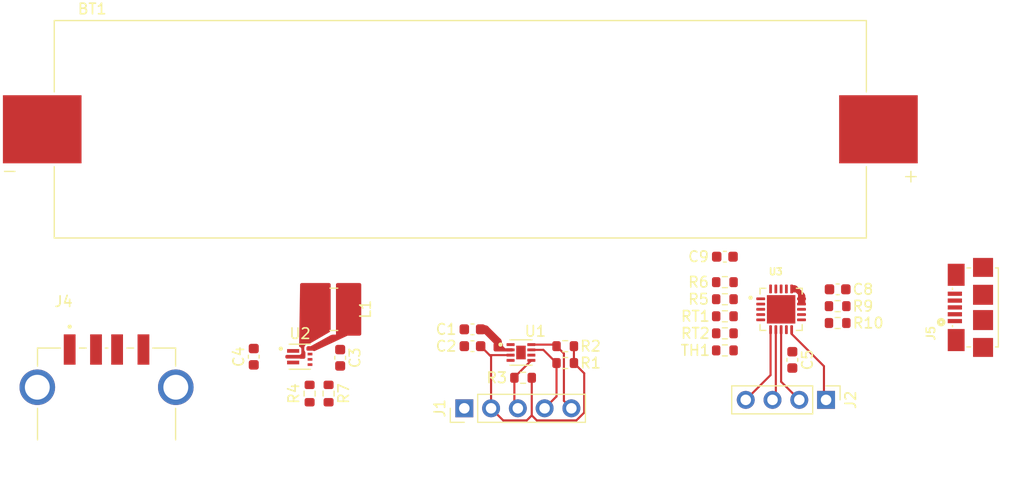
<source format=kicad_pcb>
(kicad_pcb (version 20221018) (generator pcbnew)
  (layers (0 "F.Cu" signal) (31 "B.Cu" signal) (34 "B.Paste" user) (35 "F.Paste" user) (36 "B.SilkS" user "B.Silkscreen") (37 "F.SilkS" user "F.Silkscreen") (38 "B.Mask" user) (39 "F.Mask" user) (44 "Edge.Cuts" user))
  (net 0 "")
  (net 1 "+BATT")
  (net 2 "GND")
  (net 3 "V_IN_FG")
  (net 4 "V_LOAD")
  (net 5 "+5V_OUT")
  (net 6 "+5V_CHARGE")
  (net 7 "/SCL")
  (net 8 "/SDA")
  (net 9 "/INT")
  (net 10 "/PG")
  (net 11 "/LBO")
  (net 12 "/STAT2")
  (net 18 "Net-(U2-SW)")
  (net 19 "Net-(U2-FB)")
  (net 20 "Net-(U3-VPCC)")
  (net 21 "Net-(U3-PROG1)")
  (net 22 "Net-(U3-PROG3)")
  (net 23 "Net-(U3-THERM)")
  (net 24 "Net-(RT1-Pad2)")
  (footprint "Resistor_SMD:R_0603_1608Metric" (layer "F.Cu") (at 147.4525 74.1 180)
    (fp_text reference "R2" (at -2.4 0) (layer "F.SilkS"))
    (fp_text value "10k")
    (fp_line (start -0.237258 -0.5225) (end 0.237258 -0.5225) (stroke (width 0.12)) (layer "F.SilkS"))
    (fp_line (start -0.237258 0.5225) (end 0.237258 0.5225) (stroke (width 0.12)) (layer "F.SilkS"))
    (pad "1" smd roundrect (at -0.825 0 180) (size 0.8 0.95) (layers "F.Cu" "F.Paste" "F.Mask") (net 3 "V_IN_FG"))
    (pad "2" smd roundrect (at 0.825 0 180) (size 0.8 0.95) (layers "F.Cu" "F.Paste" "F.Mask") (net 8 "/SDA"))
  )
  (footprint "1042P:BAT_1042P" (layer "F.Cu") (at 137.5 53.5)
    (fp_text reference "BT1" (at -34.925 -11.43) (layer "F.SilkS"))
    (fp_text value "1042P")
    (fp_line (start -43.25 4) (end -42.25 4) (stroke (width 0.127)) (layer "F.SilkS"))
    (fp_line (start -38.525 -10.325) (end 38.525 -10.325) (stroke (width 0.127)) (layer "F.SilkS"))
    (fp_line (start -38.525 -3.55) (end -38.525 -10.325) (stroke (width 0.127)) (layer "F.SilkS"))
    (fp_line (start -38.525 10.325) (end -38.525 3.55) (stroke (width 0.127)) (layer "F.SilkS"))
    (fp_line (start 38.525 -10.325) (end 38.525 -3.55) (stroke (width 0.127)) (layer "F.SilkS"))
    (fp_line (start 38.525 3.55) (end 38.525 10.325) (stroke (width 0.127)) (layer "F.SilkS"))
    (fp_line (start 38.525 10.325) (end -38.525 10.325) (stroke (width 0.127)) (layer "F.SilkS"))
    (fp_line (start 42.25 4.5) (end 43.25 4.5) (stroke (width 0.127)) (layer "F.SilkS"))
    (fp_line (start 42.75 4) (end 42.75 5) (stroke (width 0.127)) (layer "F.SilkS"))
    (pad "" np_thru_hole circle (at -27.6 8) (size 3.45 3.45) (drill 3.45) (layers "*.Cu" "*.Mask"))
    (pad "" np_thru_hole circle (at 27.6 -8) (size 3.45 3.45) (drill 3.45) (layers "*.Cu" "*.Mask"))
    (pad "" np_thru_hole circle (at 35.82 8) (size 2.39 2.39) (drill 2.39) (layers "*.Cu" "*.Mask"))
    (pad "N" smd rect (at -39.67 0) (size 7.46 6.47) (layers "F.Cu" "F.Paste" "F.Mask") (net 2 "GND"))
    (pad "P" smd rect (at 39.67 0) (size 7.46 6.47) (layers "F.Cu" "F.Paste" "F.Mask") (net 1 "+BATT"))
  )
  (footprint "Resistor_SMD:R_0603_1608Metric" (layer "F.Cu") (at 147.4525 75.7 180)
    (fp_text reference "R1" (at -2.4 0) (layer "F.SilkS"))
    (fp_text value "10k")
    (fp_line (start -0.237258 -0.5225) (end 0.237258 -0.5225) (stroke (width 0.12)) (layer "F.SilkS"))
    (fp_line (start -0.237258 0.5225) (end 0.237258 0.5225) (stroke (width 0.12)) (layer "F.SilkS"))
    (pad "1" smd roundrect (at -0.825 0 180) (size 0.8 0.95) (layers "F.Cu" "F.Paste" "F.Mask") (net 3 "V_IN_FG"))
    (pad "2" smd roundrect (at 0.825 0 180) (size 0.8 0.95) (layers "F.Cu" "F.Paste" "F.Mask") (net 7 "/SCL"))
  )
  (footprint "Resistor_SMD:R_0603_1608Metric" (layer "F.Cu") (at 173.3 70.3)
    (fp_text reference "R9" (at 2.4 0) (layer "F.SilkS"))
    (fp_text value "1k")
    (fp_line (start -0.237258 -0.5225) (end 0.237258 -0.5225) (stroke (width 0.12)) (layer "F.SilkS"))
    (fp_line (start -0.237258 0.5225) (end 0.237258 0.5225) (stroke (width 0.12)) (layer "F.SilkS"))
    (pad "1" smd roundrect (at -0.825 0) (size 0.8 0.95) (layers "F.Cu" "F.Paste" "F.Mask") (net 21 "Net-(U3-PROG1)"))
    (pad "2" smd roundrect (at 0.825 0) (size 0.8 0.95) (layers "F.Cu" "F.Paste" "F.Mask") (net 2 "GND"))
  )
  (footprint "Resistor_SMD:R_0603_1608Metric" (layer "F.Cu") (at 162.6 71.26 180)
    (fp_text reference "RT1" (at 2.8 0) (layer "F.SilkS"))
    (fp_text value "0.9k")
    (fp_line (start -0.237258 -0.5225) (end 0.237258 -0.5225) (stroke (width 0.12)) (layer "F.SilkS"))
    (fp_line (start -0.237258 0.5225) (end 0.237258 0.5225) (stroke (width 0.12)) (layer "F.SilkS"))
    (pad "1" smd roundrect (at -0.825 0 180) (size 0.8 0.95) (layers "F.Cu" "F.Paste" "F.Mask") (net 23 "Net-(U3-THERM)"))
    (pad "2" smd roundrect (at 0.825 0 180) (size 0.8 0.95) (layers "F.Cu" "F.Paste" "F.Mask") (net 24 "Net-(RT1-Pad2)"))
  )
  (footprint "Capacitor_SMD:C_0603_1608Metric" (layer "F.Cu") (at 138.6525 72.5 180)
    (fp_text reference "C1" (at 2.5 0) (layer "F.SilkS"))
    (fp_text value "0.1u")
    (fp_line (start -0.14058 -0.51) (end 0.14058 -0.51) (stroke (width 0.12)) (layer "F.SilkS"))
    (fp_line (start -0.14058 0.51) (end 0.14058 0.51) (stroke (width 0.12)) (layer "F.SilkS"))
    (pad "1" smd roundrect (at -0.775 0 180) (size 0.9 0.95) (layers "F.Cu" "F.Paste" "F.Mask") (net 1 "+BATT"))
    (pad "2" smd roundrect (at 0.775 0 180) (size 0.9 0.95) (layers "F.Cu" "F.Paste" "F.Mask") (net 2 "GND"))
  )
  (footprint "Capacitor_SMD:C_0603_1608Metric" (layer "F.Cu") (at 169 75.4 -90)
    (fp_text reference "C5" (at 0 -1.43 90) (layer "F.SilkS"))
    (fp_text value "10u")
    (fp_line (start -0.14058 -0.51) (end 0.14058 -0.51) (stroke (width 0.12)) (layer "F.SilkS"))
    (fp_line (start -0.14058 0.51) (end 0.14058 0.51) (stroke (width 0.12)) (layer "F.SilkS"))
    (pad "1" smd roundrect (at -0.775 0 270) (size 0.9 0.95) (layers "F.Cu" "F.Paste" "F.Mask") (net 6 "+5V_CHARGE"))
    (pad "2" smd roundrect (at 0.775 0 270) (size 0.9 0.95) (layers "F.Cu" "F.Paste" "F.Mask") (net 2 "GND"))
  )
  (footprint "Resistor_SMD:R_0603_1608Metric" (layer "F.Cu") (at 162.6 68.02)
    (fp_text reference "R6" (at -2.5 0) (layer "F.SilkS"))
    (fp_text value "200k")
    (fp_line (start -0.237258 -0.5225) (end 0.237258 -0.5225) (stroke (width 0.12)) (layer "F.SilkS"))
    (fp_line (start -0.237258 0.5225) (end 0.237258 0.5225) (stroke (width 0.12)) (layer "F.SilkS"))
    (pad "1" smd roundrect (at -0.825 0) (size 0.8 0.95) (layers "F.Cu" "F.Paste" "F.Mask") (net 2 "GND"))
    (pad "2" smd roundrect (at 0.825 0) (size 0.8 0.95) (layers "F.Cu" "F.Paste" "F.Mask") (net 20 "Net-(U3-VPCC)"))
  )
  (footprint "Connector_PinHeader_2.54mm:PinHeader_1x05_P2.54mm_Vertical" (layer "F.Cu") (at 137.8775 80 90)
    (fp_text reference "J1" (at 0 -2.33 90) (layer "F.SilkS"))
    (fp_text value "Conn_01x05")
    (fp_line (start -1.33 -1.33) (end 0 -1.33) (stroke (width 0.12)) (layer "F.SilkS"))
    (fp_line (start -1.33 0) (end -1.33 -1.33) (stroke (width 0.12)) (layer "F.SilkS"))
    (fp_line (start -1.33 1.27) (end -1.33 11.49) (stroke (width 0.12)) (layer "F.SilkS"))
    (fp_line (start -1.33 1.27) (end 1.33 1.27) (stroke (width 0.12)) (layer "F.SilkS"))
    (fp_line (start -1.33 11.49) (end 1.33 11.49) (stroke (width 0.12)) (layer "F.SilkS"))
    (fp_line (start 1.33 1.27) (end 1.33 11.49) (stroke (width 0.12)) (layer "F.SilkS"))
    (pad "1" thru_hole rect (at 0 0 90) (size 1.7 1.7) (drill 1) (layers "*.Cu" "*.Mask") (net 2 "GND"))
    (pad "2" thru_hole oval (at 0 2.54 90) (size 1.7 1.7) (drill 1) (layers "*.Cu" "*.Mask") (net 3 "V_IN_FG"))
    (pad "3" thru_hole oval (at 0 5.08 90) (size 1.7 1.7) (drill 1) (layers "*.Cu" "*.Mask") (net 9 "/INT"))
    (pad "4" thru_hole oval (at 0 7.62 90) (size 1.7 1.7) (drill 1) (layers "*.Cu" "*.Mask") (net 7 "/SCL"))
    (pad "5" thru_hole oval (at 0 10.16 90) (size 1.7 1.7) (drill 1) (layers "*.Cu" "*.Mask") (net 8 "/SDA"))
  )
  (footprint "Resistor_SMD:R_0603_1608Metric" (layer "F.Cu") (at 173.3 71.9)
    (fp_text reference "R10" (at 2.9 0) (layer "F.SilkS"))
    (fp_text value "100k")
    (fp_line (start -0.237258 -0.5225) (end 0.237258 -0.5225) (stroke (width 0.12)) (layer "F.SilkS"))
    (fp_line (start -0.237258 0.5225) (end 0.237258 0.5225) (stroke (width 0.12)) (layer "F.SilkS"))
    (pad "1" smd roundrect (at -0.825 0) (size 0.8 0.95) (layers "F.Cu" "F.Paste" "F.Mask") (net 22 "Net-(U3-PROG3)"))
    (pad "2" smd roundrect (at 0.825 0) (size 0.8 0.95) (layers "F.Cu" "F.Paste" "F.Mask") (net 2 "GND"))
  )
  (footprint "Inductor_SMD:L_Wuerth_WE-TPC-3816" (layer "F.Cu") (at 125.5 70.6 -90)
    (fp_text reference "L1" (at 0 -3 90) (layer "F.SilkS"))
    (fp_text value "1u")
    (fp_line (start -2.01 0.37) (end -2.01 -0.37) (stroke (width 0.12)) (layer "F.SilkS"))
    (fp_line (start 2.01 -0.37) (end 2.01 0.37) (stroke (width 0.12)) (layer "F.SilkS"))
    (pad "1" smd custom (at 0 -1.75 270) (size 0.7 0.7) (layers "F.Cu" "F.Paste" "F.Mask") (net 4 "V_LOAD") (options (clearance outline) (anchor circle)) (primitives (gr_poly (pts (xy 2.15 1.2) (xy 1.177922 1.2) (xy 1.064578 1.003895) (xy 0.918917 0.830439) (xy 0.745359 0.684899) (xy 0.549174 0.571693) (xy 0.336318 0.494257) (xy 0.113252 0.454942) (xy -0.113252 0.454942) (xy -0.336318 0.494257) (xy -0.549174 0.571693) (xy -0.745359 0.684899) (xy -0.918917 0.830439) (xy -1.064578 1.003895) (xy -1.177922 1.2) (xy -2.15 1.2) (xy -2.15 -0.4) (xy 2.15 -0.4)) (width 0) (fill yes))))
    (pad "2" smd custom (at 0 1.75 270) (size 0.7 0.7) (layers "F.Cu" "F.Paste" "F.Mask") (net 18 "Net-(U2-SW)") (options (clearance outline) (anchor circle)) (primitives (gr_poly (pts (xy -1.064578 -1.003895) (xy -0.918917 -0.830439) (xy -0.745359 -0.684899) (xy -0.549174 -0.571693) (xy -0.336318 -0.494257) (xy -0.113252 -0.454942) (xy 0.113252 -0.454942) (xy 0.336318 -0.494257) (xy 0.549174 -0.571693) (xy 0.745359 -0.684899) (xy 0.918917 -0.830439) (xy 1.064578 -1.003895) (xy 1.177922 -1.2) (xy 2.15 -1.2) (xy 2.15 0.4) (xy -2.15 0.4) (xy -2.15 -1.2) (xy -1.177922 -1.2)) (width 0) (fill yes))))
  )
  (footprint "MAX17048G_T10:SON50P200X200X80-9N" (layer "F.Cu") (at 143.2525 74.7)
    (fp_text reference "U1" (at 1.365 -2.017) (layer "F.SilkS"))
    (fp_text value "MAX17048G_T10")
    (fp_line (start -1.05 -1.205) (end 1.05 -1.205) (stroke (width 0.127)) (layer "F.SilkS"))
    (fp_line (start -1.05 1.205) (end 1.05 1.205) (stroke (width 0.127)) (layer "F.SilkS"))
    (fp_circle (center -1.945 -0.75) (end -1.845 -0.75) (stroke (width 0.2)) (fill none) (layer "F.SilkS"))
    (pad "1" smd roundrect (at -0.985 -0.75) (size 0.76 0.27) (layers "F.Cu" "F.Paste" "F.Mask") (roundrect_rratio 0.125) (net 2 "GND"))
    (pad "2" smd roundrect (at -0.985 -0.25) (size 0.76 0.27) (layers "F.Cu" "F.Paste" "F.Mask") (roundrect_rratio 0.125) (net 1 "+BATT"))
    (pad "3" smd roundrect (at -0.985 0.25) (size 0.76 0.27) (layers "F.Cu" "F.Paste" "F.Mask") (roundrect_rratio 0.125) (net 3 "V_IN_FG"))
    (pad "4" smd roundrect (at -0.985 0.75) (size 0.76 0.27) (layers "F.Cu" "F.Paste" "F.Mask") (roundrect_rratio 0.125) (net 2 "GND"))
    (pad "5" smd roundrect (at 0.985 0.75) (size 0.76 0.27) (layers "F.Cu" "F.Paste" "F.Mask") (roundrect_rratio 0.125) (net 9 "/INT"))
    (pad "6" smd roundrect (at 0.985 0.25) (size 0.76 0.27) (layers "F.Cu" "F.Paste" "F.Mask") (roundrect_rratio 0.125) (net 2 "GND"))
    (pad "7" smd roundrect (at 0.985 -0.25) (size 0.76 0.27) (layers "F.Cu" "F.Paste" "F.Mask") (roundrect_rratio 0.125) (net 7 "/SCL"))
    (pad "8" smd roundrect (at 0.985 -0.75) (size 0.76 0.27) (layers "F.Cu" "F.Paste" "F.Mask") (roundrect_rratio 0.125) (net 8 "/SDA"))
    (pad "9" smd rect (at 0 0) (size 0.9 1.3) (layers "F.Cu" "F.Mask") (net 2 "GND"))
  )
  (footprint "Capacitor_SMD:C_0603_1608Metric" (layer "F.Cu") (at 173.3 68.7)
    (fp_text reference "C8" (at 2.4 0) (layer "F.SilkS"))
    (fp_text value "4.7u")
    (fp_line (start -0.14058 -0.51) (end 0.14058 -0.51) (stroke (width 0.12)) (layer "F.SilkS"))
    (fp_line (start -0.14058 0.51) (end 0.14058 0.51) (stroke (width 0.12)) (layer "F.SilkS"))
    (pad "1" smd roundrect (at -0.775 0) (size 0.9 0.95) (layers "F.Cu" "F.Paste" "F.Mask") (net 1 "+BATT"))
    (pad "2" smd roundrect (at 0.775 0) (size 0.9 0.95) (layers "F.Cu" "F.Paste" "F.Mask") (net 2 "GND"))
  )
  (footprint "Capacitor_SMD:C_0603_1608Metric" (layer "F.Cu") (at 126.1 75.2 90)
    (fp_text reference "C3" (at 0 1.4 90) (layer "F.SilkS"))
    (fp_text value "10u")
    (fp_line (start -0.14058 -0.51) (end 0.14058 -0.51) (stroke (width 0.12)) (layer "F.SilkS"))
    (fp_line (start -0.14058 0.51) (end 0.14058 0.51) (stroke (width 0.12)) (layer "F.SilkS"))
    (pad "1" smd roundrect (at -0.775 0 90) (size 0.9 0.95) (layers "F.Cu" "F.Paste" "F.Mask") (net 4 "V_LOAD"))
    (pad "2" smd roundrect (at 0.775 0 90) (size 0.9 0.95) (layers "F.Cu" "F.Paste" "F.Mask") (net 2 "GND"))
  )
  (footprint "Resistor_SMD:R_0603_1608Metric" (layer "F.Cu") (at 123.2 78.6 90)
    (fp_text reference "R4" (at 0 -1.5 90) (layer "F.SilkS"))
    (fp_text value "732k")
    (fp_line (start -0.237258 -0.5225) (end 0.237258 -0.5225) (stroke (width 0.12)) (layer "F.SilkS"))
    (fp_line (start -0.237258 0.5225) (end 0.237258 0.5225) (stroke (width 0.12)) (layer "F.SilkS"))
    (pad "1" smd roundrect (at -0.825 0 90) (size 0.8 0.95) (layers "F.Cu" "F.Paste" "F.Mask") (net 5 "+5V_OUT"))
    (pad "2" smd roundrect (at 0.825 0 90) (size 0.8 0.95) (layers "F.Cu" "F.Paste" "F.Mask") (net 19 "Net-(U2-FB)"))
  )
  (footprint "Resistor_SMD:R_0603_1608Metric" (layer "F.Cu") (at 143.4525 77.1 180)
    (fp_text reference "R3" (at 2.5 0) (layer "F.SilkS"))
    (fp_text value "10k")
    (fp_line (start -0.237258 -0.5225) (end 0.237258 -0.5225) (stroke (width 0.12)) (layer "F.SilkS"))
    (fp_line (start -0.237258 0.5225) (end 0.237258 0.5225) (stroke (width 0.12)) (layer "F.SilkS"))
    (pad "1" smd roundrect (at -0.825 0 180) (size 0.8 0.95) (layers "F.Cu" "F.Paste" "F.Mask") (net 3 "V_IN_FG"))
    (pad "2" smd roundrect (at 0.825 0 180) (size 0.8 0.95) (layers "F.Cu" "F.Paste" "F.Mask") (net 9 "/INT"))
  )
  (footprint "Resistor_SMD:R_0603_1608Metric" (layer "F.Cu") (at 162.6 69.64)
    (fp_text reference "R5" (at -2.5 0) (layer "F.SilkS"))
    (fp_text value "612k")
    (fp_line (start -0.237258 -0.5225) (end 0.237258 -0.5225) (stroke (width 0.12)) (layer "F.SilkS"))
    (fp_line (start -0.237258 0.5225) (end 0.237258 0.5225) (stroke (width 0.12)) (layer "F.SilkS"))
    (pad "1" smd roundrect (at -0.825 0) (size 0.8 0.95) (layers "F.Cu" "F.Paste" "F.Mask") (net 6 "+5V_CHARGE"))
    (pad "2" smd roundrect (at 0.825 0) (size 0.8 0.95) (layers "F.Cu" "F.Paste" "F.Mask") (net 20 "Net-(U3-VPCC)"))
  )
  (footprint "Resistor_SMD:R_0603_1608Metric" (layer "F.Cu") (at 125 78.6 -90)
    (fp_text reference "R7" (at 0 -1.43 90) (layer "F.SilkS"))
    (fp_text value "100k")
    (fp_line (start -0.237258 -0.5225) (end 0.237258 -0.5225) (stroke (width 0.12)) (layer "F.SilkS"))
    (fp_line (start -0.237258 0.5225) (end 0.237258 0.5225) (stroke (width 0.12)) (layer "F.SilkS"))
    (pad "1" smd roundrect (at -0.825 0 270) (size 0.8 0.95) (layers "F.Cu" "F.Paste" "F.Mask") (net 19 "Net-(U2-FB)"))
    (pad "2" smd roundrect (at 0.825 0 270) (size 0.8 0.95) (layers "F.Cu" "F.Paste" "F.Mask") (net 2 "GND"))
  )
  (footprint "10118192-0001LF:AMPHENOL_10118192-0001LF" (layer "F.Cu") (at 184.4195 70.41925 90)
    (fp_text reference "J5" (at -2.45306 -2.27805 90) (layer "F.SilkS") (effects (font (size 0.787417 0.787417))))
    (fp_text value "10118192-0001LF")
    (fp_line (start -3.75 1.15) (end -3.75 1.5) (stroke (width 0.127)) (layer "F.SilkS"))
    (fp_line (start -3.75 3.85) (end -3.75 4.125) (stroke (width 0.127)) (layer "F.SilkS"))
    (fp_line (start -3.75 4.125) (end 3.75 4.125) (stroke (width 0.127)) (layer "F.SilkS"))
    (fp_line (start -1.83 -0.225) (end -1.72 -0.225) (stroke (width 0.127)) (layer "F.SilkS"))
    (fp_line (start 1.72 -0.225) (end 1.83 -0.225) (stroke (width 0.127)) (layer "F.SilkS"))
    (fp_line (start 3.75 1.15) (end 3.75 1.5) (stroke (width 0.127)) (layer "F.SilkS"))
    (fp_line (start 3.75 4.125) (end 3.75 3.85) (stroke (width 0.127)) (layer "F.SilkS"))
    (fp_circle (center -1.4 -1.3) (end -1.3 -1.3) (stroke (width 0.3)) (fill none) (layer "F.SilkS"))
    (pad "1" smd rect (at -1.3 0 90) (size 0.4 1.35) (layers "F.Cu" "F.Paste" "F.Mask") (net 6 "+5V_CHARGE"))
    (pad "2" smd rect (at -0.65 0 90) (size 0.4 1.35) (layers "F.Cu" "F.Paste" "F.Mask"))
    (pad "3" smd rect (at 0 0 90) (size 0.4 1.35) (layers "F.Cu" "F.Paste" "F.Mask"))
    (pad "4" smd rect (at 0.65 0 90) (size 0.4 1.35) (layers "F.Cu" "F.Paste" "F.Mask"))
    (pad "5" smd rect (at 1.3 0 90) (size 0.4 1.35) (layers "F.Cu" "F.Paste" "F.Mask") (net 2 "GND"))
    (pad "SH1" smd rect (at -3.1 0.125 90) (size 2.1 1.6) (layers "F.Cu" "F.Paste" "F.Mask") (net 2 "GND"))
    (pad "SH2" smd rect (at 3.1 0.125 90) (size 2.1 1.6) (layers "F.Cu" "F.Paste" "F.Mask") (net 2 "GND"))
    (pad "SH3" smd rect (at -3.8 2.675 90) (size 1.8 1.9) (layers "F.Cu" "F.Paste" "F.Mask") (net 2 "GND"))
    (pad "SH4" smd rect (at -1.2 2.675 90) (size 1.9 1.9) (layers "F.Cu" "F.Paste" "F.Mask") (net 2 "GND"))
    (pad "SH5" smd rect (at 1.2 2.675 90) (size 1.9 1.9) (layers "F.Cu" "F.Paste" "F.Mask") (net 2 "GND"))
    (pad "SH6" smd rect (at 3.8 2.675 90) (size 1.8 1.9) (layers "F.Cu" "F.Paste" "F.Mask") (net 2 "GND"))
  )
  (footprint "Capacitor_SMD:C_0603_1608Metric" (layer "F.Cu") (at 138.6525 74.1 180)
    (fp_text reference "C2" (at 2.5 0) (layer "F.SilkS"))
    (fp_text value "0.1u")
    (fp_line (start -0.14058 -0.51) (end 0.14058 -0.51) (stroke (width 0.12)) (layer "F.SilkS"))
    (fp_line (start -0.14058 0.51) (end 0.14058 0.51) (stroke (width 0.12)) (layer "F.SilkS"))
    (pad "1" smd roundrect (at -0.775 0 180) (size 0.9 0.95) (layers "F.Cu" "F.Paste" "F.Mask") (net 3 "V_IN_FG"))
    (pad "2" smd roundrect (at 0.775 0 180) (size 0.9 0.95) (layers "F.Cu" "F.Paste" "F.Mask") (net 2 "GND"))
  )
  (footprint "Capacitor_SMD:C_0603_1608Metric" (layer "F.Cu") (at 162.6 65.6 180)
    (fp_text reference "C9" (at 2.5 0) (layer "F.SilkS"))
    (fp_text value "4.7u")
    (fp_line (start -0.14058 -0.51) (end 0.14058 -0.51) (stroke (width 0.12)) (layer "F.SilkS"))
    (fp_line (start -0.14058 0.51) (end 0.14058 0.51) (stroke (width 0.12)) (layer "F.SilkS"))
    (pad "1" smd roundrect (at -0.775 0 180) (size 0.9 0.95) (layers "F.Cu" "F.Paste" "F.Mask") (net 4 "V_LOAD"))
    (pad "2" smd roundrect (at 0.775 0 180) (size 0.9 0.95) (layers "F.Cu" "F.Paste" "F.Mask") (net 2 "GND"))
  )
  (footprint "Capacitor_SMD:C_0603_1608Metric" (layer "F.Cu") (at 117.9 75.1 90)
    (fp_text reference "C4" (at 0 -1.43 90) (layer "F.SilkS"))
    (fp_text value "22u")
    (fp_line (start -0.14058 -0.51) (end 0.14058 -0.51) (stroke (width 0.12)) (layer "F.SilkS"))
    (fp_line (start -0.14058 0.51) (end 0.14058 0.51) (stroke (width 0.12)) (layer "F.SilkS"))
    (pad "1" smd roundrect (at -0.775 0 90) (size 0.9 0.95) (layers "F.Cu" "F.Paste" "F.Mask") (net 5 "+5V_OUT"))
    (pad "2" smd roundrect (at 0.775 0 90) (size 0.9 0.95) (layers "F.Cu" "F.Paste" "F.Mask") (net 2 "GND"))
  )
  (footprint "Resistor_SMD:R_0603_1608Metric" (layer "F.Cu") (at 162.6 74.5)
    (fp_text reference "TH1" (at -2.8 0) (layer "F.SilkS"))
    (fp_text value "NCP18XH103E0SRB")
    (fp_line (start -0.237258 -0.5225) (end 0.237258 -0.5225) (stroke (width 0.12)) (layer "F.SilkS"))
    (fp_line (start -0.237258 0.5225) (end 0.237258 0.5225) (stroke (width 0.12)) (layer "F.SilkS"))
    (pad "1" smd roundrect (at -0.825 0) (size 0.8 0.95) (layers "F.Cu" "F.Paste" "F.Mask") (net 2 "GND"))
    (pad "2" smd roundrect (at 0.825 0) (size 0.8 0.95) (layers "F.Cu" "F.Paste" "F.Mask") (net 24 "Net-(RT1-Pad2)"))
  )
  (footprint "Connector_PinHeader_2.54mm:PinHeader_1x04_P2.54mm_Vertical" (layer "F.Cu") (at 172.2 79.2 -90)
    (fp_text reference "J2" (at 0 -2.33 90) (layer "F.SilkS"))
    (fp_text value "Conn_01x04")
    (fp_line (start -1.33 -1.33) (end 0 -1.33) (stroke (width 0.12)) (layer "F.SilkS"))
    (fp_line (start -1.33 0) (end -1.33 -1.33) (stroke (width 0.12)) (layer "F.SilkS"))
    (fp_line (start -1.33 1.27) (end -1.33 8.95) (stroke (width 0.12)) (layer "F.SilkS"))
    (fp_line (start -1.33 1.27) (end 1.33 1.27) (stroke (width 0.12)) (layer "F.SilkS"))
    (fp_line (start -1.33 8.95) (end 1.33 8.95) (stroke (width 0.12)) (layer "F.SilkS"))
    (fp_line (start 1.33 1.27) (end 1.33 8.95) (stroke (width 0.12)) (layer "F.SilkS"))
    (pad "1" thru_hole rect (at 0 0 270) (size 1.7 1.7) (drill 1) (layers "*.Cu" "*.Mask") (net 2 "GND"))
    (pad "2" thru_hole oval (at 0 2.54 270) (size 1.7 1.7) (drill 1) (layers "*.Cu" "*.Mask") (net 11 "/LBO"))
    (pad "3" thru_hole oval (at 0 5.08 270) (size 1.7 1.7) (drill 1) (layers "*.Cu" "*.Mask") (net 12 "/STAT2"))
    (pad "4" thru_hole oval (at 0 7.62 270) (size 1.7 1.7) (drill 1) (layers "*.Cu" "*.Mask") (net 10 "/PG"))
  )
  (footprint "Resistor_SMD:R_0603_1608Metric" (layer "F.Cu") (at 162.6 72.88 180)
    (fp_text reference "RT2" (at 2.8 0) (layer "F.SilkS"))
    (fp_text value "127k")
    (fp_line (start -0.237258 -0.5225) (end 0.237258 -0.5225) (stroke (width 0.12)) (layer "F.SilkS"))
    (fp_line (start -0.237258 0.5225) (end 0.237258 0.5225) (stroke (width 0.12)) (layer "F.SilkS"))
    (pad "1" smd roundrect (at -0.825 0 180) (size 0.8 0.95) (layers "F.Cu" "F.Paste" "F.Mask") (net 24 "Net-(RT1-Pad2)"))
    (pad "2" smd roundrect (at 0.825 0 180) (size 0.8 0.95) (layers "F.Cu" "F.Paste" "F.Mask") (net 2 "GND"))
  )
  (footprint "MCP73871-2CCI_ML:QFN50P400X400X100-21N" (layer "F.Cu") (at 167.935 70.6)
    (fp_text reference "U3" (at -0.508 -3.5814) (layer "F.SilkS") (effects (font (size 0.64 0.64))))
    (fp_text value "MCP73871-2CCI_ML")
    (fp_line (start -2 -2) (end -2 -1.45) (stroke (width 0.127)) (layer "F.SilkS"))
    (fp_line (start -2 -2) (end -1.45 -2) (stroke (width 0.127)) (layer "F.SilkS"))
    (fp_line (start -2 2) (end -2 1.45) (stroke (width 0.127)) (layer "F.SilkS"))
    (fp_line (start -2 2) (end -1.45 2) (stroke (width 0.127)) (layer "F.SilkS"))
    (fp_line (start 1.45 -2) (end 2 -2) (stroke (width 0.127)) (layer "F.SilkS"))
    (fp_line (start 2 -2) (end 2 -1.45) (stroke (width 0.127)) (layer "F.SilkS"))
    (fp_line (start 2 1.45) (end 2 2) (stroke (width 0.127)) (layer "F.SilkS"))
    (fp_line (start 2 2) (end 1.45 2) (stroke (width 0.127)) (layer "F.SilkS"))
    (fp_circle (center -2.9 -1.1) (end -2.8 -1.1) (stroke (width 0.2)) (fill none) (layer "F.SilkS"))
    (pad "1" smd roundrect (at -1.935 -1) (size 0.84 0.26) (layers "F.Cu" "F.Paste" "F.Mask") (net 4 "V_LOAD"))
    (pad "2" smd roundrect (at -1.935 -0.5) (size 0.84 0.26) (layers "F.Cu" "F.Paste" "F.Mask") (net 20 "Net-(U3-VPCC)"))
    (pad "3" smd roundrect (at -1.935 0) (size 0.84 0.26) (layers "F.Cu" "F.Paste" "F.Mask") (net 6 "+5V_CHARGE"))
    (pad "4" smd roundrect (at -1.935 0.5) (size 0.84 0.26) (layers "F.Cu" "F.Paste" "F.Mask") (net 6 "+5V_CHARGE"))
    (pad "5" smd roundrect (at -1.935 1) (size 0.84 0.26) (layers "F.Cu" "F.Paste" "F.Mask") (net 23 "Net-(U3-THERM)"))
    (pad "6" smd roundrect (at -1 1.935) (size 0.26 0.84) (layers "F.Cu" "F.Paste" "F.Mask") (net 10 "/PG"))
    (pad "7" smd roundrect (at -0.5 1.935) (size 0.26 0.84) (layers "F.Cu" "F.Paste" "F.Mask") (net 12 "/STAT2"))
    (pad "8" smd roundrect (at 0 1.935) (size 0.26 0.84) (layers "F.Cu" "F.Paste" "F.Mask") (net 11 "/LBO"))
    (pad "9" smd roundrect (at 0.5 1.935) (size 0.26 0.84) (layers "F.Cu" "F.Paste" "F.Mask") (net 6 "+5V_CHARGE"))
    (pad "10" smd roundrect (at 1 1.935) (size 0.26 0.84) (layers "F.Cu" "F.Paste" "F.Mask") (net 2 "GND"))
    (pad "11" smd roundrect (at 1.935 1) (size 0.84 0.26) (layers "F.Cu" "F.Paste" "F.Mask") (net 2 "GND"))
    (pad "12" smd roundrect (at 1.935 0.5) (size 0.84 0.26) (layers "F.Cu" "F.Paste" "F.Mask") (net 22 "Net-(U3-PROG3)"))
    (pad "13" smd roundrect (at 1.935 0) (size 0.84 0.26) (layers "F.Cu" "F.Paste" "F.Mask") (net 21 "Net-(U3-PROG1)"))
    (pad "14" smd roundrect (at 1.935 -0.5) (size 0.84 0.26) (layers "F.Cu" "F.Paste" "F.Mask") (net 1 "+BATT"))
    (pad "15" smd roundrect (at 1.935 -1) (size 0.84 0.26) (layers "F.Cu" "F.Paste" "F.Mask") (net 1 "+BATT"))
    (pad "16" smd roundrect (at 1 -1.935) (size 0.26 0.84) (layers "F.Cu" "F.Paste" "F.Mask") (net 1 "+BATT"))
    (pad "17" smd roundrect (at 0.5 -1.935) (size 0.26 0.84) (layers "F.Cu" "F.Paste" "F.Mask") (net 6 "+5V_CHARGE"))
    (pad "18" smd roundrect (at 0 -1.935) (size 0.26 0.84) (layers "F.Cu" "F.Paste" "F.Mask") (net 6 "+5V_CHARGE"))
    (pad "19" smd roundrect (at -0.5 -1.935) (size 0.26 0.84) (layers "F.Cu" "F.Paste" "F.Mask") (net 6 "+5V_CHARGE"))
    (pad "20" smd roundrect (at -1 -1.935) (size 0.26 0.84) (layers "F.Cu" "F.Paste" "F.Mask") (net 4 "V_LOAD"))
    (pad "21" smd rect (at 0 0) (size 2.7 2.7) (layers "F.Cu" "F.Mask") (net 2 "GND"))
  )
  (footprint "87583-0010RHLF:AMPHENOL_87583-0010RHLF" (layer "F.Cu") (at 103.93475 77.9975)
    (fp_text reference "J4" (at -4.075 -8.135) (layer "F.SilkS"))
    (fp_text value "87583-0010RHLF")
    (fp_line (start -6.55 -3.72) (end -6.55 -2.008) (stroke (width 0.127)) (layer "F.SilkS"))
    (fp_line (start -6.55 -3.72) (end -4.38 -3.72) (stroke (width 0.127)) (layer "F.SilkS"))
    (fp_line (start -6.55 5) (end -6.55 2.008) (stroke (width 0.127)) (layer "F.SilkS"))
    (fp_line (start -2.57 -3.72) (end -1.93 -3.72) (stroke (width 0.127)) (layer "F.SilkS"))
    (fp_line (start -0.12 -3.72) (end 0.12 -3.72) (stroke (width 0.127)) (layer "F.SilkS"))
    (fp_line (start 1.93 -3.72) (end 2.57 -3.72) (stroke (width 0.127)) (layer "F.SilkS"))
    (fp_line (start 4.38 -3.72) (end 6.55 -3.72) (stroke (width 0.127)) (layer "F.SilkS"))
    (fp_line (start 6.55 -3.72) (end 6.55 -2.008) (stroke (width 0.127)) (layer "F.SilkS"))
    (fp_line (start 6.55 5) (end 6.55 2.008) (stroke (width 0.127)) (layer "F.SilkS"))
    (fp_circle (center -3.5 -5.75) (end -3.4 -5.75) (stroke (width 0.2)) (fill none) (layer "F.SilkS"))
    (pad "01" smd rect (at -3.5 -3.58) (size 1.12 2.88) (layers "F.Cu" "F.Paste" "F.Mask") (net 5 "+5V_OUT"))
    (pad "02" smd rect (at -1 -3.58) (size 1.12 2.88) (layers "F.Cu" "F.Paste" "F.Mask"))
    (pad "03" smd rect (at 1 -3.58) (size 1.12 2.88) (layers "F.Cu" "F.Paste" "F.Mask"))
    (pad "04" smd rect (at 3.5 -3.58) (size 1.12 2.88) (layers "F.Cu" "F.Paste" "F.Mask") (net 2 "GND"))
    (pad "SH1" thru_hole circle (at -6.57 0) (size 3.376 3.376) (drill 2.36) (layers "*.Cu" "*.Mask") (net 2 "GND"))
    (pad "SH2" thru_hole circle (at 6.57 0) (size 3.376 3.376) (drill 2.36) (layers "*.Cu" "*.Mask") (net 2 "GND"))
  )
  (footprint "TPS61022RWUT:CONV_TPS61022RWUT" (layer "F.Cu") (at 122.264 75.1)
    (fp_text reference "U2" (at 0.025 -2.195) (layer "F.SilkS"))
    (fp_text value "TPS61022RWUT")
    (fp_line (start -1 -1.19) (end 1 -1.19) (stroke (width 0.127)) (layer "F.SilkS"))
    (fp_line (start -1 1.19) (end 1 1.19) (stroke (width 0.127)) (layer "F.SilkS"))
    (fp_circle (center -1.8 -0.762) (end -1.7 -0.762) (stroke (width 0.2)) (fill none) (layer "F.SilkS"))
    (pad "1" smd rect (at -0.625 -0.55) (size 1.15 0.35) (layers "F.Cu" "F.Mask") (net 2 "GND"))
    (pad "2" smd rect (at -0.475 0) (size 1.45 0.2) (layers "F.Cu" "F.Mask") (net 18 "Net-(U2-SW)"))
    (pad "3" smd rect (at -0.625 0.55) (size 1.15 0.35) (layers "F.Cu" "F.Mask") (net 5 "+5V_OUT"))
    (pad "4" smd rect (at 0.975 0.75) (size 0.45 0.25) (layers "F.Cu" "F.Paste" "F.Mask") (net 19 "Net-(U2-FB)"))
    (pad "5" smd rect (at 0.975 0.25) (size 0.45 0.25) (layers "F.Cu" "F.Paste" "F.Mask") (net 4 "V_LOAD"))
    (pad "6" smd rect (at 0.975 -0.25) (size 0.45 0.25) (layers "F.Cu" "F.Paste" "F.Mask") (net 2 "GND"))
    (pad "7" smd rect (at 0.975 -0.75) (size 0.45 0.25) (layers "F.Cu" "F.Paste" "F.Mask") (net 4 "V_LOAD"))
  )
  (segment (start 141.0525 73.675) (end 141.0525 74.1) (width 0.75) (layer "F.Cu") (net 1))
  (segment (start 139.8775 72.5) (end 141.0525 73.675) (width 0.75) (layer "F.Cu") (net 1))
  (segment (start 139.4275 72.5) (end 139.8775 72.5) (width 0.75) (layer "F.Cu") (net 1))
  (segment (start 172.2 79.2) (end 172 79) (width 0.2) (layer "F.Cu") (net 2))
  (segment (start 172 76) (end 168.935 72.935) (width 0.2) (layer "F.Cu") (net 2))
  (segment (start 168.935 72.935) (end 168.935 72.535) (width 0.2) (layer "F.Cu") (net 2))
  (segment (start 172 79) (end 172 76) (width 0.2) (layer "F.Cu") (net 2))
  (segment (start 144.7525 81.15) (end 148.513846 81.15) (width 0.2) (layer "F.Cu") (net 3))
  (segment (start 140.4175 75.09) (end 140.4175 80) (width 0.2) (layer "F.Cu") (net 3))
  (segment (start 143.8025 81.15) (end 144.2775 80.675) (width 0.2) (layer "F.Cu") (net 3))
  (segment (start 149.2525 80.411346) (end 149.2525 76.675) (width 0.2) (layer "F.Cu") (net 3))
  (segment (start 141.5675 81.15) (end 143.8025 81.15) (width 0.2) (layer "F.Cu") (net 3))
  (segment (start 144.2775 80.675) (end 144.2775 77.1) (width 0.2) (layer "F.Cu") (net 3))
  (segment (start 144.2775 80.675) (end 144.7525 81.15) (width 0.2) (layer "F.Cu") (net 3))
  (segment (start 148.513846 81.15) (end 149.2525 80.411346) (width 0.2) (layer "F.Cu") (net 3))
  (segment (start 140.4175 80) (end 141.5675 81.15) (width 0.2) (layer "F.Cu") (net 3))
  (segment (start 139.4275 74.1) (end 140.2775 74.95) (width 0.2) (layer "F.Cu") (net 3))
  (segment (start 148.2775 75.7) (end 148.2775 74.1) (width 0.2) (layer "F.Cu") (net 3))
  (segment (start 140.2775 74.95) (end 142.2675 74.95) (width 0.2) (layer "F.Cu") (net 3))
  (segment (start 149.2525 76.675) (end 148.2775 75.7) (width 0.2) (layer "F.Cu") (net 3))
  (segment (start 140.2775 74.95) (end 140.4175 75.09) (width 0.2) (layer "F.Cu") (net 3))
  (segment (start 146.6275 75.7) (end 146.6275 78.87) (width 0.2) (layer "F.Cu") (net 7))
  (segment (start 145.3775 74.45) (end 144.2375 74.45) (width 0.2) (layer "F.Cu") (net 7))
  (segment (start 146.6275 78.87) (end 145.4975 80) (width 0.2) (layer "F.Cu") (net 7))
  (segment (start 146.6275 75.7) (end 145.3775 74.45) (width 0.2) (layer "F.Cu") (net 7))
  (segment (start 146.6275 74.1) (end 147.3275 74.8) (width 0.2) (layer "F.Cu") (net 8))
  (segment (start 146.6275 74.1) (end 146.4775 73.95) (width 0.2) (layer "F.Cu") (net 8))
  (segment (start 146.4775 73.95) (end 144.2375 73.95) (width 0.2) (layer "F.Cu") (net 8))
  (segment (start 147.3275 79.29) (end 148.0375 80) (width 0.2) (layer "F.Cu") (net 8))
  (segment (start 147.3275 74.8) (end 147.3275 79.29) (width 0.2) (layer "F.Cu") (net 8))
  (segment (start 144.2375 75.45) (end 142.6275 77.06) (width 0.2) (layer "F.Cu") (net 9))
  (segment (start 142.6275 77.06) (end 142.6275 77.1) (width 0.2) (layer "F.Cu") (net 9))
  (segment (start 142.6275 79.67) (end 142.9575 80) (width 0.2) (layer "F.Cu") (net 9))
  (segment (start 142.6275 77.1) (end 142.6275 79.67) (width 0.2) (layer "F.Cu") (net 9))
  (segment (start 166.935 76.845) (end 166.935 72.535) (width 0.2) (layer "F.Cu") (net 10))
  (segment (start 164.58 79.2) (end 166.935 76.845) (width 0.2) (layer "F.Cu") (net 10))
  (segment (start 167.935 77.475) (end 167.935 72.535) (width 0.2) (layer "F.Cu") (net 11))
  (segment (start 169.66 79.2) (end 167.935 77.475) (width 0.2) (layer "F.Cu") (net 11))
  (segment (start 167.435 78.885) (end 167.435 72.535) (width 0.2) (layer "F.Cu") (net 12))
  (segment (start 167.12 79.2) (end 167.435 78.885) (width 0.2) (layer "F.Cu") (net 12))
  (zone (net 4) (net_name "V_LOAD") (layer "F.Cu") (priority 3) (connect_pads yes (clearance 0.2)) (min_thickness 0.2) (fill yes (thermal_gap 0.2) (thermal_bridge_width 0.2) (smoothing chamfer) (radius 0.1))
    (polygon (pts (xy 122.9 74.6) (xy 122.9 74.1) (xy 123.3 74.1) (xy 125.3 73) (xy 125.7 73) (xy 125.7 68.1) (xy 128.1 68.1) (xy 128.1 73.1) (xy 126.8 73.1) (xy 123.6 74.6)))
  )
  (zone (net 18) (net_name "Net-(U2-SW)") (layer "F.Cu") (priority 2) (connect_pads yes (clearance 0.2)) (min_thickness 0.2) (fill yes (thermal_gap 0.2) (thermal_bridge_width 0.2) (smoothing chamfer) (radius 0.1))
    (polygon (pts (xy 120.9 75.3) (xy 122.8 75.3) (xy 122.8 74.1) (xy 125.2 72.7) (xy 125.2 68.1) (xy 122.3 68.1) (xy 122.2 74.2) (xy 122.4 74.4) (xy 122.4 74.8) (xy 122.3 74.9) (xy 120.9 74.9)))
  )
  (zone (net 1) (net_name "+BATT") (layer "F.Cu") (connect_pads yes (clearance 0.2)) (min_thickness 0.2) (fill yes (thermal_gap 0.2) (thermal_bridge_width 0.2) (smoothing chamfer) (radius 0.1))
    (polygon (pts (xy 168.835 69) (xy 169.335 69) (xy 169.535 69.2) (xy 169.535 70.2) (xy 170.235 70.2) (xy 170.235 69.2) (xy 169.335 68.3) (xy 168.835 68.3)))
  )
  (zone (net 1) (net_name "+BATT") (layer "F.Cu") (priority 1) (connect_pads yes (clearance 0.2)) (min_thickness 0.2) (fill yes (thermal_gap 0.2) (thermal_bridge_width 0.2) (smoothing chamfer) (radius 0.1))
    (polygon (pts (xy 142.5525 74.3) (xy 142.5525 74.6) (xy 140.6525 74.6) (xy 140.6525 73.8) (xy 141.5525 73.8) (xy 141.5525 74.1) (xy 141.7525 74.3)))
  )
)
</source>
